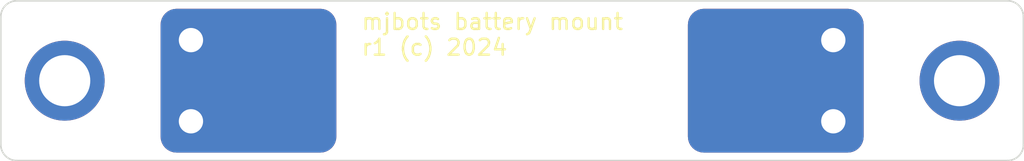
<source format=kicad_pcb>
(kicad_pcb (version 20221018) (generator pcbnew)

  (general
    (thickness 1.6)
  )

  (paper "A4")
  (layers
    (0 "F.Cu" signal)
    (31 "B.Cu" signal)
    (32 "B.Adhes" user "B.Adhesive")
    (33 "F.Adhes" user "F.Adhesive")
    (34 "B.Paste" user)
    (35 "F.Paste" user)
    (36 "B.SilkS" user "B.Silkscreen")
    (37 "F.SilkS" user "F.Silkscreen")
    (38 "B.Mask" user)
    (39 "F.Mask" user)
    (40 "Dwgs.User" user "User.Drawings")
    (41 "Cmts.User" user "User.Comments")
    (42 "Eco1.User" user "User.Eco1")
    (43 "Eco2.User" user "User.Eco2")
    (44 "Edge.Cuts" user)
    (45 "Margin" user)
    (46 "B.CrtYd" user "B.Courtyard")
    (47 "F.CrtYd" user "F.Courtyard")
    (48 "B.Fab" user)
    (49 "F.Fab" user)
    (50 "User.1" user)
    (51 "User.2" user)
    (52 "User.3" user)
    (53 "User.4" user)
    (54 "User.5" user)
    (55 "User.6" user)
    (56 "User.7" user)
    (57 "User.8" user)
    (58 "User.9" user)
  )

  (setup
    (pad_to_mask_clearance 0)
    (pcbplotparams
      (layerselection 0x00010fc_ffffffff)
      (plot_on_all_layers_selection 0x0000000_00000000)
      (disableapertmacros false)
      (usegerberextensions false)
      (usegerberattributes true)
      (usegerberadvancedattributes true)
      (creategerberjobfile true)
      (dashed_line_dash_ratio 12.000000)
      (dashed_line_gap_ratio 3.000000)
      (svgprecision 4)
      (plotframeref false)
      (viasonmask false)
      (mode 1)
      (useauxorigin false)
      (hpglpennumber 1)
      (hpglpenspeed 20)
      (hpglpendiameter 15.000000)
      (dxfpolygonmode true)
      (dxfimperialunits true)
      (dxfusepcbnewfont true)
      (psnegative false)
      (psa4output false)
      (plotreference true)
      (plotvalue true)
      (plotinvisibletext false)
      (sketchpadsonfab false)
      (subtractmaskfromsilk false)
      (outputformat 1)
      (mirror false)
      (drillshape 0)
      (scaleselection 1)
      (outputdirectory "r1/")
    )
  )

  (net 0 "")
  (net 1 "BAT1")
  (net 2 "BAT2")

  (gr_arc (start 164 89) (mid 163.707107 89.707107) (end 163 90)
    (stroke (width 0.1) (type default)) (layer "Edge.Cuts") (tstamp 2c9685a8-6ffe-42fc-88bd-c4b4a047f10f))
  (gr_line (start 163 90) (end 101 90)
    (stroke (width 0.1) (type default)) (layer "Edge.Cuts") (tstamp 3736ff18-1dc5-4b0f-a7b4-b4533657282c))
  (gr_line (start 100 89) (end 100 81)
    (stroke (width 0.1) (type default)) (layer "Edge.Cuts") (tstamp 4243b528-44cb-4655-9181-7517311f6959))
  (gr_arc (start 163 80) (mid 163.707107 80.292893) (end 164 81)
    (stroke (width 0.1) (type default)) (layer "Edge.Cuts") (tstamp 4ad1ee75-ff46-4185-89bc-62ae9b0e3f79))
  (gr_arc (start 100 81) (mid 100.292893 80.292893) (end 101 80)
    (stroke (width 0.1) (type default)) (layer "Edge.Cuts") (tstamp 859eba28-d3b3-4def-b070-d1022a958264))
  (gr_line (start 101 80) (end 163 80)
    (stroke (width 0.1) (type default)) (layer "Edge.Cuts") (tstamp 8739a847-d06c-4cc2-93ac-5e5b5c1a0379))
  (gr_arc (start 101 90) (mid 100.292893 89.707107) (end 100 89)
    (stroke (width 0.1) (type default)) (layer "Edge.Cuts") (tstamp bd525f0f-1571-47f2-b1d1-7ed88cfaff79))
  (gr_line (start 164 81) (end 164 89)
    (stroke (width 0.1) (type default)) (layer "Edge.Cuts") (tstamp ce51e112-f51a-47c1-99f7-6be8876f70f7))
  (gr_text "mjbots battery mount\nr1 (c) 2024" (at 122.5 83.5) (layer "F.SilkS") (tstamp b9f73dd6-4377-4018-8049-22d250de44b4)
    (effects (font (size 1 1) (thickness 0.15)) (justify left bottom))
  )

  (via (at 160 85) (size 5) (drill 3.2) (layers "F.Cu" "B.Cu") (net 0) (tstamp 9aca2792-ce36-4ac0-a657-5d2f270dde5f))
  (via (at 104 85) (size 5) (drill 3.2) (layers "F.Cu" "B.Cu") (net 0) (tstamp b14f0ee6-65eb-4ee0-908e-ec1e6cff6a68))
  (via (at 111.9 87.54) (size 2.54) (drill 1.52) (layers "F.Cu" "B.Cu") (free) (net 1) (tstamp b0e0e365-197e-4e9d-a947-33ce8920f1ed))
  (via (at 111.9 82.46) (size 2.54) (drill 1.52) (layers "F.Cu" "B.Cu") (free) (net 1) (tstamp f9bff620-5983-4aca-a07c-0c2156add6c2))
  (via (at 152.1 87.54) (size 2.54) (drill 1.52) (layers "F.Cu" "B.Cu") (free) (net 2) (tstamp 2e115655-8671-4efe-86d2-3c3b7f2e5a58))
  (via (at 152.1 82.46) (size 2.54) (drill 1.52) (layers "F.Cu" "B.Cu") (free) (net 2) (tstamp 949e25f0-7667-454d-8485-c78c05ae1c46))

  (zone (net 2) (net_name "BAT2") (layers "F&B.Cu") (tstamp 7fa0cd6d-7229-4ad6-a584-17f9965ce251) (hatch edge 0.5)
    (priority 1)
    (connect_pads yes (clearance 0.5))
    (min_thickness 0.25) (filled_areas_thickness no)
    (fill yes (thermal_gap 0.5) (thermal_bridge_width 0.5) (smoothing fillet) (radius 1))
    (polygon
      (pts
        (xy 154 80.5)
        (xy 154 89.5)
        (xy 143 89.5)
        (xy 143 80.5)
      )
    )
    (filled_polygon
      (layer "F.Cu")
      (pts
        (xy 153.006061 80.500597)
        (xy 153.182941 80.518018)
        (xy 153.206769 80.522757)
        (xy 153.371001 80.572576)
        (xy 153.393453 80.581877)
        (xy 153.544798 80.662772)
        (xy 153.56501 80.676277)
        (xy 153.697666 80.785145)
        (xy 153.714854 80.802333)
        (xy 153.823722 80.934989)
        (xy 153.837227 80.955201)
        (xy 153.918121 81.106543)
        (xy 153.927424 81.129001)
        (xy 153.97724 81.293224)
        (xy 153.981982 81.317065)
        (xy 153.999403 81.493938)
        (xy 154 81.506092)
        (xy 154 88.493907)
        (xy 153.999403 88.506061)
        (xy 153.981982 88.682934)
        (xy 153.97724 88.706775)
        (xy 153.927424 88.870998)
        (xy 153.918121 88.893456)
        (xy 153.837227 89.044798)
        (xy 153.823722 89.06501)
        (xy 153.714854 89.197666)
        (xy 153.697666 89.214854)
        (xy 153.56501 89.323722)
        (xy 153.544798 89.337227)
        (xy 153.393456 89.418121)
        (xy 153.370998 89.427424)
        (xy 153.206775 89.47724)
        (xy 153.182934 89.481982)
        (xy 153.006061 89.499403)
        (xy 152.993907 89.5)
        (xy 144.006093 89.5)
        (xy 143.993939 89.499403)
        (xy 143.817065 89.481982)
        (xy 143.793224 89.47724)
        (xy 143.629001 89.427424)
        (xy 143.606543 89.418121)
        (xy 143.455201 89.337227)
        (xy 143.434989 89.323722)
        (xy 143.302333 89.214854)
        (xy 143.285145 89.197666)
        (xy 143.176277 89.06501)
        (xy 143.162772 89.044798)
        (xy 143.081878 88.893456)
        (xy 143.072575 88.870998)
        (xy 143.022757 88.706769)
        (xy 143.018018 88.682941)
        (xy 143.000597 88.506061)
        (xy 143 88.493907)
        (xy 143 81.506092)
        (xy 143.000597 81.493938)
        (xy 143.018018 81.317056)
        (xy 143.022757 81.293232)
        (xy 143.072577 81.128994)
        (xy 143.081875 81.106549)
        (xy 143.162775 80.955195)
        (xy 143.176272 80.934995)
        (xy 143.285149 80.802328)
        (xy 143.302328 80.785149)
        (xy 143.434995 80.676272)
        (xy 143.455195 80.662775)
        (xy 143.606549 80.581875)
        (xy 143.628994 80.572577)
        (xy 143.793232 80.522757)
        (xy 143.817056 80.518018)
        (xy 143.993939 80.500597)
        (xy 144.006093 80.5)
        (xy 152.993907 80.5)
      )
    )
    (filled_polygon
      (layer "B.Cu")
      (pts
        (xy 153.006061 80.500597)
        (xy 153.182941 80.518018)
        (xy 153.206769 80.522757)
        (xy 153.371001 80.572576)
        (xy 153.393453 80.581877)
        (xy 153.544798 80.662772)
        (xy 153.56501 80.676277)
        (xy 153.697666 80.785145)
        (xy 153.714854 80.802333)
        (xy 153.823722 80.934989)
        (xy 153.837227 80.955201)
        (xy 153.918121 81.106543)
        (xy 153.927424 81.129001)
        (xy 153.97724 81.293224)
        (xy 153.981982 81.317065)
        (xy 153.999403 81.493938)
        (xy 154 81.506092)
        (xy 154 88.493907)
        (xy 153.999403 88.506061)
        (xy 153.981982 88.682934)
        (xy 153.97724 88.706775)
        (xy 153.927424 88.870998)
        (xy 153.918121 88.893456)
        (xy 153.837227 89.044798)
        (xy 153.823722 89.06501)
        (xy 153.714854 89.197666)
        (xy 153.697666 89.214854)
        (xy 153.56501 89.323722)
        (xy 153.544798 89.337227)
        (xy 153.393456 89.418121)
        (xy 153.370998 89.427424)
        (xy 153.206775 89.47724)
        (xy 153.182934 89.481982)
        (xy 153.006061 89.499403)
        (xy 152.993907 89.5)
        (xy 144.006093 89.5)
        (xy 143.993939 89.499403)
        (xy 143.817065 89.481982)
        (xy 143.793224 89.47724)
        (xy 143.629001 89.427424)
        (xy 143.606543 89.418121)
        (xy 143.455201 89.337227)
        (xy 143.434989 89.323722)
        (xy 143.302333 89.214854)
        (xy 143.285145 89.197666)
        (xy 143.176277 89.06501)
        (xy 143.162772 89.044798)
        (xy 143.081878 88.893456)
        (xy 143.072575 88.870998)
        (xy 143.022757 88.706769)
        (xy 143.018018 88.682941)
        (xy 143.000597 88.506061)
        (xy 143 88.493907)
        (xy 143 81.506092)
        (xy 143.000597 81.493938)
        (xy 143.018018 81.317056)
        (xy 143.022757 81.293232)
        (xy 143.072577 81.128994)
        (xy 143.081875 81.106549)
        (xy 143.162775 80.955195)
        (xy 143.176272 80.934995)
        (xy 143.285149 80.802328)
        (xy 143.302328 80.785149)
        (xy 143.434995 80.676272)
        (xy 143.455195 80.662775)
        (xy 143.606549 80.581875)
        (xy 143.628994 80.572577)
        (xy 143.793232 80.522757)
        (xy 143.817056 80.518018)
        (xy 143.993939 80.500597)
        (xy 144.006093 80.5)
        (xy 152.993907 80.5)
      )
    )
  )
  (zone (net 1) (net_name "BAT1") (layers "F&B.Cu") (tstamp b24d7704-9ae7-4b69-94c0-e34e4739aba9) (hatch edge 0.5)
    (connect_pads yes (clearance 0.5))
    (min_thickness 0.25) (filled_areas_thickness no)
    (fill yes (thermal_gap 0.5) (thermal_bridge_width 0.5) (smoothing fillet) (radius 1))
    (polygon
      (pts
        (xy 110 80.5)
        (xy 121 80.5)
        (xy 121 89.5)
        (xy 110 89.5)
      )
    )
    (filled_polygon
      (layer "F.Cu")
      (pts
        (xy 120.006061 80.500597)
        (xy 120.182941 80.518018)
        (xy 120.206769 80.522757)
        (xy 120.371001 80.572576)
        (xy 120.393453 80.581877)
        (xy 120.544798 80.662772)
        (xy 120.56501 80.676277)
        (xy 120.697666 80.785145)
        (xy 120.714854 80.802333)
        (xy 120.823722 80.934989)
        (xy 120.837227 80.955201)
        (xy 120.918121 81.106543)
        (xy 120.927424 81.129001)
        (xy 120.97724 81.293224)
        (xy 120.981982 81.317065)
        (xy 120.999403 81.493938)
        (xy 121 81.506092)
        (xy 121 88.493907)
        (xy 120.999403 88.506061)
        (xy 120.981982 88.682934)
        (xy 120.97724 88.706775)
        (xy 120.927424 88.870998)
        (xy 120.918121 88.893456)
        (xy 120.837227 89.044798)
        (xy 120.823722 89.06501)
        (xy 120.714854 89.197666)
        (xy 120.697666 89.214854)
        (xy 120.56501 89.323722)
        (xy 120.544798 89.337227)
        (xy 120.393456 89.418121)
        (xy 120.370998 89.427424)
        (xy 120.206775 89.47724)
        (xy 120.182934 89.481982)
        (xy 120.006061 89.499403)
        (xy 119.993907 89.5)
        (xy 111.006093 89.5)
        (xy 110.993939 89.499403)
        (xy 110.817065 89.481982)
        (xy 110.793224 89.47724)
        (xy 110.629001 89.427424)
        (xy 110.606543 89.418121)
        (xy 110.455201 89.337227)
        (xy 110.434989 89.323722)
        (xy 110.302333 89.214854)
        (xy 110.285145 89.197666)
        (xy 110.176277 89.06501)
        (xy 110.162772 89.044798)
        (xy 110.081878 88.893456)
        (xy 110.072575 88.870998)
        (xy 110.022757 88.706769)
        (xy 110.018018 88.682941)
        (xy 110.000597 88.506061)
        (xy 110 88.493907)
        (xy 110 81.506092)
        (xy 110.000597 81.493938)
        (xy 110.018018 81.317056)
        (xy 110.022757 81.293232)
        (xy 110.072577 81.128994)
        (xy 110.081875 81.106549)
        (xy 110.162775 80.955195)
        (xy 110.176272 80.934995)
        (xy 110.285149 80.802328)
        (xy 110.302328 80.785149)
        (xy 110.434995 80.676272)
        (xy 110.455195 80.662775)
        (xy 110.606549 80.581875)
        (xy 110.628994 80.572577)
        (xy 110.793232 80.522757)
        (xy 110.817056 80.518018)
        (xy 110.993939 80.500597)
        (xy 111.006093 80.5)
        (xy 119.993907 80.5)
      )
    )
    (filled_polygon
      (layer "B.Cu")
      (pts
        (xy 120.006061 80.500597)
        (xy 120.182941 80.518018)
        (xy 120.206769 80.522757)
        (xy 120.371001 80.572576)
        (xy 120.393453 80.581877)
        (xy 120.544798 80.662772)
        (xy 120.56501 80.676277)
        (xy 120.697666 80.785145)
        (xy 120.714854 80.802333)
        (xy 120.823722 80.934989)
        (xy 120.837227 80.955201)
        (xy 120.918121 81.106543)
        (xy 120.927424 81.129001)
        (xy 120.97724 81.293224)
        (xy 120.981982 81.317065)
        (xy 120.999403 81.493938)
        (xy 121 81.506092)
        (xy 121 88.493907)
        (xy 120.999403 88.506061)
        (xy 120.981982 88.682934)
        (xy 120.97724 88.706775)
        (xy 120.927424 88.870998)
        (xy 120.918121 88.893456)
        (xy 120.837227 89.044798)
        (xy 120.823722 89.06501)
        (xy 120.714854 89.197666)
        (xy 120.697666 89.214854)
        (xy 120.56501 89.323722)
        (xy 120.544798 89.337227)
        (xy 120.393456 89.418121)
        (xy 120.370998 89.427424)
        (xy 120.206775 89.47724)
        (xy 120.182934 89.481982)
        (xy 120.006061 89.499403)
        (xy 119.993907 89.5)
        (xy 111.006093 89.5)
        (xy 110.993939 89.499403)
        (xy 110.817065 89.481982)
        (xy 110.793224 89.47724)
        (xy 110.629001 89.427424)
        (xy 110.606543 89.418121)
        (xy 110.455201 89.337227)
        (xy 110.434989 89.323722)
        (xy 110.302333 89.214854)
        (xy 110.285145 89.197666)
        (xy 110.176277 89.06501)
        (xy 110.162772 89.044798)
        (xy 110.081878 88.893456)
        (xy 110.072575 88.870998)
        (xy 110.022757 88.706769)
        (xy 110.018018 88.682941)
        (xy 110.000597 88.506061)
        (xy 110 88.493907)
        (xy 110 81.506092)
        (xy 110.000597 81.493938)
        (xy 110.018018 81.317056)
        (xy 110.022757 81.293232)
        (xy 110.072577 81.128994)
        (xy 110.081875 81.106549)
        (xy 110.162775 80.955195)
        (xy 110.176272 80.934995)
        (xy 110.285149 80.802328)
        (xy 110.302328 80.785149)
        (xy 110.434995 80.676272)
        (xy 110.455195 80.662775)
        (xy 110.606549 80.581875)
        (xy 110.628994 80.572577)
        (xy 110.793232 80.522757)
        (xy 110.817056 80.518018)
        (xy 110.993939 80.500597)
        (xy 111.006093 80.5)
        (xy 119.993907 80.5)
      )
    )
  )
  (zone (net 0) (net_name "") (layer "B.Mask") (tstamp 61906b97-c510-4997-bbea-adfa0315933c) (hatch edge 0.5)
    (connect_pads (clearance 0.5))
    (min_thickness 0.25) (filled_areas_thickness no)
    (fill yes (thermal_gap 0.5) (thermal_bridge_width 0.5) (smoothing fillet) (radius 1))
    (polygon
      (pts
        (xy 110 80.5)
        (xy 114 80.5)
        (xy 114 89.5)
        (xy 110 89.5)
      )
    )
    (filled_polygon
      (layer "B.Mask")
      (island)
      (pts
        (xy 113.006061 80.500597)
        (xy 113.182934 80.518017)
        (xy 113.206775 80.522759)
        (xy 113.370998 80.572575)
        (xy 113.393456 80.581878)
        (xy 113.544798 80.662772)
        (xy 113.56501 80.676277)
        (xy 113.697666 80.785145)
        (xy 113.714854 80.802333)
        (xy 113.823722 80.934989)
        (xy 113.837227 80.955201)
        (xy 113.918121 81.106543)
        (xy 113.927424 81.129001)
        (xy 113.97724 81.293224)
        (xy 113.981982 81.317065)
        (xy 113.999403 81.493938)
        (xy 114 81.506092)
        (xy 114 88.493907)
        (xy 113.999403 88.506061)
        (xy 113.981982 88.682934)
        (xy 113.97724 88.706775)
        (xy 113.927424 88.870998)
        (xy 113.918121 88.893456)
        (xy 113.837227 89.044798)
        (xy 113.823722 89.06501)
        (xy 113.714854 89.197666)
        (xy 113.697666 89.214854)
        (xy 113.56501 89.323722)
        (xy 113.544798 89.337227)
        (xy 113.393456 89.418121)
        (xy 113.370998 89.427424)
        (xy 113.206775 89.47724)
        (xy 113.182934 89.481982)
        (xy 113.006061 89.499403)
        (xy 112.993907 89.5)
        (xy 111.006093 89.5)
        (xy 110.993939 89.499403)
        (xy 110.817065 89.481982)
        (xy 110.793224 89.47724)
        (xy 110.629001 89.427424)
        (xy 110.606543 89.418121)
        (xy 110.455201 89.337227)
        (xy 110.434989 89.323722)
        (xy 110.302333 89.214854)
        (xy 110.285145 89.197666)
        (xy 110.176277 89.06501)
        (xy 110.162772 89.044798)
        (xy 110.081878 88.893456)
        (xy 110.072575 88.870998)
        (xy 110.022759 88.706775)
        (xy 110.018017 88.682934)
        (xy 110.000597 88.506061)
        (xy 110 88.493907)
        (xy 110 81.506092)
        (xy 110.000597 81.493938)
        (xy 110.018017 81.317065)
        (xy 110.022759 81.293224)
        (xy 110.072575 81.129001)
        (xy 110.081878 81.106543)
        (xy 110.162772 80.955201)
        (xy 110.176277 80.934989)
        (xy 110.285145 80.802333)
        (xy 110.302333 80.785145)
        (xy 110.434989 80.676277)
        (xy 110.455201 80.662772)
        (xy 110.606543 80.581878)
        (xy 110.629001 80.572575)
        (xy 110.793224 80.522759)
        (xy 110.817065 80.518017)
        (xy 110.993939 80.500597)
        (xy 111.006093 80.5)
        (xy 112.993907 80.5)
      )
    )
  )
  (zone (net 0) (net_name "") (layer "B.Mask") (tstamp 916532cb-4eaf-4094-8f5b-7650f080511e) (hatch edge 0.5)
    (connect_pads (clearance 0.5))
    (min_thickness 0.25) (filled_areas_thickness no)
    (fill yes (thermal_gap 0.5) (thermal_bridge_width 0.5) (smoothing fillet) (radius 1))
    (polygon
      (pts
        (xy 154 80.5)
        (xy 154 89.5)
        (xy 150 89.5)
        (xy 150 80.5)
      )
    )
    (filled_polygon
      (layer "B.Mask")
      (island)
      (pts
        (xy 153.006061 80.500597)
        (xy 153.182934 80.518017)
        (xy 153.206775 80.522759)
        (xy 153.370998 80.572575)
        (xy 153.393456 80.581878)
        (xy 153.544798 80.662772)
        (xy 153.56501 80.676277)
        (xy 153.697666 80.785145)
        (xy 153.714854 80.802333)
        (xy 153.823722 80.934989)
        (xy 153.837227 80.955201)
        (xy 153.918121 81.106543)
        (xy 153.927424 81.129001)
        (xy 153.97724 81.293224)
        (xy 153.981982 81.317065)
        (xy 153.999403 81.493938)
        (xy 154 81.506092)
        (xy 154 88.493907)
        (xy 153.999403 88.506061)
        (xy 153.981982 88.682934)
        (xy 153.97724 88.706775)
        (xy 153.927424 88.870998)
        (xy 153.918121 88.893456)
        (xy 153.837227 89.044798)
        (xy 153.823722 89.06501)
        (xy 153.714854 89.197666)
        (xy 153.697666 89.214854)
        (xy 153.56501 89.323722)
        (xy 153.544798 89.337227)
        (xy 153.393456 89.418121)
        (xy 153.370998 89.427424)
        (xy 153.206775 89.47724)
        (xy 153.182934 89.481982)
        (xy 153.006061 89.499403)
        (xy 152.993907 89.5)
        (xy 151.006093 89.5)
        (xy 150.993939 89.499403)
        (xy 150.817065 89.481982)
        (xy 150.793224 89.47724)
        (xy 150.629001 89.427424)
        (xy 150.606543 89.418121)
        (xy 150.455201 89.337227)
        (xy 150.434989 89.323722)
        (xy 150.302333 89.214854)
        (xy 150.285145 89.197666)
        (xy 150.176277 89.06501)
        (xy 150.162772 89.044798)
        (xy 150.081878 88.893456)
        (xy 150.072575 88.870998)
        (xy 150.022759 88.706775)
        (xy 150.018017 88.682934)
        (xy 150.000597 88.506061)
        (xy 150 88.493907)
        (xy 150 81.506092)
        (xy 150.000597 81.493938)
        (xy 150.018017 81.317065)
        (xy 150.022759 81.293224)
        (xy 150.072575 81.129001)
        (xy 150.081878 81.106543)
        (xy 150.162772 80.955201)
        (xy 150.176277 80.934989)
        (xy 150.285145 80.802333)
        (xy 150.302333 80.785145)
        (xy 150.434989 80.676277)
        (xy 150.455201 80.662772)
        (xy 150.606543 80.581878)
        (xy 150.629001 80.572575)
        (xy 150.793224 80.522759)
        (xy 150.817065 80.518017)
        (xy 150.993939 80.500597)
        (xy 151.006093 80.5)
        (xy 152.993907 80.5)
      )
    )
  )
  (zone (net 0) (net_name "") (layer "F.Mask") (tstamp 1d73dd68-7c74-4a75-8751-0abf1c45be6f) (hatch edge 0.5)
    (connect_pads (clearance 0.5))
    (min_thickness 0.25) (filled_areas_thickness no)
    (fill yes (thermal_gap 0.5) (thermal_bridge_width 0.5) (smoothing fillet) (radius 1))
    (polygon
      (pts
        (xy 110 80.5)
        (xy 121 80.5)
        (xy 121 89.5)
        (xy 110 89.5)
      )
    )
    (filled_polygon
      (layer "F.Mask")
      (island)
      (pts
        (xy 120.006061 80.500597)
        (xy 120.182934 80.518017)
        (xy 120.206775 80.522759)
        (xy 120.370998 80.572575)
        (xy 120.393456 80.581878)
        (xy 120.544798 80.662772)
        (xy 120.56501 80.676277)
        (xy 120.697666 80.785145)
        (xy 120.714854 80.802333)
        (xy 120.823722 80.934989)
        (xy 120.837227 80.955201)
        (xy 120.918121 81.106543)
        (xy 120.927424 81.129001)
        (xy 120.97724 81.293224)
        (xy 120.981982 81.317065)
        (xy 120.999403 81.493938)
        (xy 121 81.506092)
        (xy 121 88.493907)
        (xy 120.999403 88.506061)
        (xy 120.981982 88.682934)
        (xy 120.97724 88.706775)
        (xy 120.927424 88.870998)
        (xy 120.918121 88.893456)
        (xy 120.837227 89.044798)
        (xy 120.823722 89.06501)
        (xy 120.714854 89.197666)
        (xy 120.697666 89.214854)
        (xy 120.56501 89.323722)
        (xy 120.544798 89.337227)
        (xy 120.393456 89.418121)
        (xy 120.370998 89.427424)
        (xy 120.206775 89.47724)
        (xy 120.182934 89.481982)
        (xy 120.006061 89.499403)
        (xy 119.993907 89.5)
        (xy 111.006093 89.5)
        (xy 110.993939 89.499403)
        (xy 110.817065 89.481982)
        (xy 110.793224 89.47724)
        (xy 110.629001 89.427424)
        (xy 110.606543 89.418121)
        (xy 110.455201 89.337227)
        (xy 110.434989 89.323722)
        (xy 110.302333 89.214854)
        (xy 110.285145 89.197666)
        (xy 110.176277 89.06501)
        (xy 110.162772 89.044798)
        (xy 110.081878 88.893456)
        (xy 110.072575 88.870998)
        (xy 110.022759 88.706775)
        (xy 110.018017 88.682934)
        (xy 110.000597 88.506061)
        (xy 110 88.493907)
        (xy 110 81.506092)
        (xy 110.000597 81.493938)
        (xy 110.018017 81.317065)
        (xy 110.022759 81.293224)
        (xy 110.072575 81.129001)
        (xy 110.081878 81.106543)
        (xy 110.162772 80.955201)
        (xy 110.176277 80.934989)
        (xy 110.285145 80.802333)
        (xy 110.302333 80.785145)
        (xy 110.434989 80.676277)
        (xy 110.455201 80.662772)
        (xy 110.606543 80.581878)
        (xy 110.629001 80.572575)
        (xy 110.793224 80.522759)
        (xy 110.817065 80.518017)
        (xy 110.993939 80.500597)
        (xy 111.006093 80.5)
        (xy 119.993907 80.5)
      )
    )
  )
  (zone (net 0) (net_name "") (layer "F.Mask") (tstamp 3e5a8c1a-458e-420a-874e-b4a5b2603ed2) (hatch edge 0.5)
    (connect_pads (clearance 0.5))
    (min_thickness 0.25) (filled_areas_thickness no)
    (fill yes (thermal_gap 0.5) (thermal_bridge_width 0.5) (smoothing fillet) (radius 1))
    (polygon
      (pts
        (xy 143 80.5)
        (xy 154 80.5)
        (xy 154 89.5)
        (xy 143 89.5)
      )
    )
    (filled_polygon
      (layer "F.Mask")
      (island)
      (pts
        (xy 153.006061 80.500597)
        (xy 153.182934 80.518017)
        (xy 153.206775 80.522759)
        (xy 153.370998 80.572575)
        (xy 153.393456 80.581878)
        (xy 153.544798 80.662772)
        (xy 153.56501 80.676277)
        (xy 153.697666 80.785145)
        (xy 153.714854 80.802333)
        (xy 153.823722 80.934989)
        (xy 153.837227 80.955201)
        (xy 153.918121 81.106543)
        (xy 153.927424 81.129001)
        (xy 153.97724 81.293224)
        (xy 153.981982 81.317065)
        (xy 153.999403 81.493938)
        (xy 154 81.506092)
        (xy 154 88.493907)
        (xy 153.999403 88.506061)
        (xy 153.981982 88.682934)
        (xy 153.97724 88.706775)
        (xy 153.927424 88.870998)
        (xy 153.918121 88.893456)
        (xy 153.837227 89.044798)
        (xy 153.823722 89.06501)
        (xy 153.714854 89.197666)
        (xy 153.697666 89.214854)
        (xy 153.56501 89.323722)
        (xy 153.544798 89.337227)
        (xy 153.393456 89.418121)
        (xy 153.370998 89.427424)
        (xy 153.206775 89.47724)
        (xy 153.182934 89.481982)
        (xy 153.006061 89.499403)
        (xy 152.993907 89.5)
        (xy 144.006093 89.5)
        (xy 143.993939 89.499403)
        (xy 143.817065 89.481982)
        (xy 143.793224 89.47724)
        (xy 143.629001 89.427424)
        (xy 143.606543 89.418121)
        (xy 143.455201 89.337227)
        (xy 143.434989 89.323722)
        (xy 143.302333 89.214854)
        (xy 143.285145 89.197666)
        (xy 143.176277 89.06501)
        (xy 143.162772 89.044798)
        (xy 143.081878 88.893456)
        (xy 143.072575 88.870998)
        (xy 143.022759 88.706775)
        (xy 143.018017 88.682934)
        (xy 143.000597 88.506061)
        (xy 143 88.493907)
        (xy 143 81.506092)
        (xy 143.000597 81.493938)
        (xy 143.018017 81.317065)
        (xy 143.022759 81.293224)
        (xy 143.072575 81.129001)
        (xy 143.081878 81.106543)
        (xy 143.162772 80.955201)
        (xy 143.176277 80.934989)
        (xy 143.285145 80.802333)
        (xy 143.302333 80.785145)
        (xy 143.434989 80.676277)
        (xy 143.455201 80.662772)
        (xy 143.606543 80.581878)
        (xy 143.629001 80.572575)
        (xy 143.793224 80.522759)
        (xy 143.817065 80.518017)
        (xy 143.993939 80.500597)
        (xy 144.006093 80.5)
        (xy 152.993907 80.5)
      )
    )
  )
)

</source>
